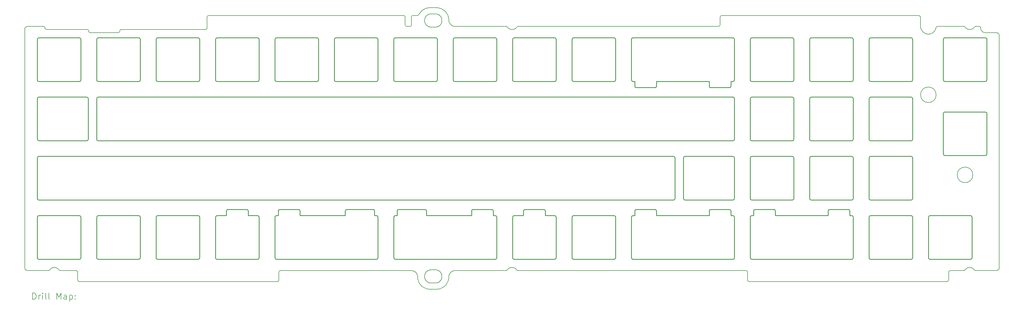
<source format=gbr>
%TF.GenerationSoftware,KiCad,Pcbnew,8.0.2*%
%TF.CreationDate,2024-06-03T19:38:15-04:00*%
%TF.ProjectId,Q9-Chimera-Plate,51392d43-6869-46d6-9572-612d506c6174,rev?*%
%TF.SameCoordinates,Original*%
%TF.FileFunction,Drillmap*%
%TF.FilePolarity,Positive*%
%FSLAX45Y45*%
G04 Gerber Fmt 4.5, Leading zero omitted, Abs format (unit mm)*
G04 Created by KiCad (PCBNEW 8.0.2) date 2024-06-03 19:38:15*
%MOMM*%
%LPD*%
G01*
G04 APERTURE LIST*
%ADD10C,0.250000*%
%ADD11C,0.200000*%
G04 APERTURE END LIST*
D10*
X22069791Y-8433823D02*
X22062553Y-8459750D01*
X22043624Y-8477788D01*
X22019791Y-8483823D01*
X15004766Y-5178824D02*
X16304766Y-5178824D01*
D11*
X-84609Y-4811324D02*
X-584609Y-4811324D01*
D10*
X6779792Y-12293824D02*
X5479792Y-12293824D01*
D11*
X7515391Y-12661324D02*
X11715391Y-12661324D01*
D10*
X21261093Y-6578823D02*
X21261093Y-6728823D01*
D11*
X11665391Y-4811324D02*
X11565391Y-4811324D01*
D10*
X11194792Y-12293824D02*
X14399792Y-12293824D01*
X8093494Y-10693785D02*
X7493494Y-10693785D01*
X-285234Y-10338824D02*
X-285234Y-9038824D01*
X18814779Y-10893824D02*
X18788852Y-10901063D01*
X18770813Y-10919991D01*
X18764779Y-10943824D01*
D11*
X7465391Y-12961324D02*
X7465391Y-12711324D01*
X13115391Y-4811323D02*
X13095018Y-4810285D01*
X13075215Y-4807241D01*
X13046807Y-4799136D01*
X13020262Y-4787092D01*
X12995924Y-4771455D01*
X12974141Y-4752573D01*
X12955258Y-4730790D01*
X12939622Y-4706452D01*
X12927578Y-4679906D01*
X12919473Y-4651498D01*
X12916429Y-4631696D01*
X12915391Y-4611323D01*
D10*
X21911093Y-6778823D02*
X21937020Y-6771585D01*
X21955058Y-6752656D01*
X21961093Y-6728823D01*
X5479792Y-12293824D02*
X5453865Y-12286585D01*
X5435827Y-12267657D01*
X5429792Y-12243824D01*
D11*
X28282699Y-5061205D02*
X28257429Y-5059109D01*
X28233003Y-5054457D01*
X28209528Y-5047391D01*
X28187114Y-5038054D01*
X28165869Y-5026590D01*
X28145901Y-5013142D01*
X28127320Y-4997851D01*
X28110234Y-4980862D01*
X28094751Y-4962317D01*
X28080980Y-4942358D01*
X28069030Y-4921130D01*
X28059009Y-4898774D01*
X28051026Y-4875433D01*
X28045189Y-4851251D01*
X28041608Y-4826370D01*
X28040390Y-4800934D01*
D10*
X2969765Y-5178824D02*
X2995692Y-5186062D01*
X3013730Y-5204991D01*
X3019765Y-5228824D01*
D11*
X12140391Y-4636324D02*
X12141429Y-4656698D01*
X12144473Y-4676500D01*
X12152578Y-4704908D01*
X12164622Y-4731453D01*
X12180258Y-4755791D01*
X12199141Y-4777574D01*
X12220924Y-4796457D01*
X12245262Y-4812093D01*
X12271807Y-4824137D01*
X12300215Y-4832242D01*
X12320018Y-4835286D01*
X12340391Y-4836324D01*
X12490391Y-12636323D02*
X12510765Y-12637360D01*
X12530567Y-12640405D01*
X12558975Y-12648510D01*
X12585520Y-12660554D01*
X12609858Y-12676190D01*
X12631641Y-12695073D01*
X12650524Y-12716856D01*
X12666160Y-12741193D01*
X12678204Y-12767739D01*
X12686309Y-12796147D01*
X12689354Y-12815949D01*
X12690391Y-12836323D01*
D10*
X7384792Y-10893785D02*
X7358865Y-10901023D01*
X7340826Y-10919952D01*
X7334792Y-10943785D01*
X19573493Y-6578824D02*
X19615209Y-6578823D01*
X19646007Y-6578823D01*
X19684221Y-6578823D01*
X19729233Y-6578823D01*
X19780426Y-6578823D01*
X19837181Y-6578823D01*
X19898879Y-6578823D01*
X19964904Y-6578823D01*
X20034637Y-6578823D01*
X20107460Y-6578823D01*
X20182755Y-6578823D01*
X20259905Y-6578823D01*
X20338290Y-6578823D01*
X20417293Y-6578823D01*
X20496296Y-6578823D01*
X20574681Y-6578823D01*
X20651831Y-6578823D01*
X20727126Y-6578823D01*
X20799949Y-6578823D01*
X20869682Y-6578823D01*
X20935707Y-6578823D01*
X20997405Y-6578823D01*
X21054160Y-6578823D01*
X21105352Y-6578823D01*
X21150365Y-6578823D01*
X21188579Y-6578823D01*
X21219377Y-6578823D01*
X21256252Y-6578823D01*
X21261093Y-6578823D01*
X30166017Y-6528823D02*
X30158778Y-6554750D01*
X30139849Y-6572789D01*
X30116017Y-6578823D01*
X-285209Y-7133824D02*
X-276739Y-7107897D01*
X-257041Y-7091063D01*
X-232687Y-7084082D01*
X-226705Y-7083824D01*
X26434767Y-8483824D02*
X26408840Y-8476585D01*
X26390801Y-8457656D01*
X26384767Y-8433824D01*
D11*
X29426659Y-4811324D02*
X28586107Y-4811325D01*
D10*
X16909793Y-10893824D02*
X18209793Y-10893824D01*
X24529766Y-6578823D02*
X24503839Y-6571585D01*
X24485801Y-6552656D01*
X24479766Y-6528823D01*
X9239766Y-5228824D02*
X9247005Y-5202897D01*
X9265933Y-5184858D01*
X9289766Y-5178824D01*
X9589766Y-10743785D02*
X9589766Y-10893785D01*
X3019765Y-6528823D02*
X3012527Y-6554750D01*
X2993598Y-6572789D01*
X2969765Y-6578823D01*
X9289766Y-5178824D02*
X10589766Y-5178824D01*
X10481094Y-10693785D02*
X9639766Y-10693785D01*
X27734767Y-12293824D02*
X26434767Y-12293824D01*
D11*
X12915391Y-4611323D02*
X12915391Y-4611322D01*
D10*
X26384767Y-5228824D02*
X26392005Y-5202897D01*
X26410934Y-5184858D01*
X26434767Y-5178824D01*
X4924766Y-5228824D02*
X4924766Y-6528823D01*
X30116017Y-8960074D02*
X28816017Y-8960074D01*
X-235234Y-8988824D02*
X20114766Y-8988824D01*
X29689765Y-12243824D02*
X29682526Y-12269751D01*
X29663597Y-12287790D01*
X29639765Y-12293824D01*
X24529764Y-10388824D02*
X24503837Y-10381585D01*
X24485799Y-10362656D01*
X24479764Y-10338824D01*
D11*
X29758610Y-4841136D02*
X29747021Y-4859313D01*
X29730511Y-4875436D01*
X29709711Y-4889085D01*
X29690406Y-4897940D01*
X29669081Y-4904728D01*
X29646060Y-4909232D01*
X29621666Y-4911238D01*
X29615391Y-4911324D01*
D10*
X1064766Y-5178824D02*
X1090693Y-5186062D01*
X1108731Y-5204991D01*
X1114766Y-5228824D01*
D11*
X22540391Y-13011324D02*
X28890391Y-13011324D01*
D10*
X22019779Y-10893824D02*
X21961081Y-10893824D01*
X23974766Y-7133823D02*
X23974766Y-8433824D01*
X1114792Y-12243824D02*
X1107553Y-12269751D01*
X1088625Y-12287789D01*
X1064792Y-12293824D01*
X24529766Y-7083823D02*
X25829766Y-7083823D01*
X28816017Y-7560073D02*
X30116017Y-7560073D01*
X11144766Y-6528823D02*
X11144766Y-5228824D01*
X11144792Y-12243824D02*
X11152031Y-12269751D01*
X11170959Y-12287789D01*
X11194792Y-12293824D01*
X25771067Y-10893785D02*
X25771067Y-10743785D01*
X23974764Y-9038824D02*
X23974764Y-10338824D01*
D11*
X454124Y-12661324D02*
X965391Y-12661324D01*
X30465391Y-12661324D02*
X30485545Y-12659292D01*
X30508745Y-12651463D01*
X30529000Y-12638489D01*
X30545525Y-12621156D01*
X30557533Y-12600248D01*
X30564239Y-12576553D01*
X30565391Y-12561324D01*
D10*
X14449792Y-10943824D02*
X14442553Y-10917897D01*
X14423625Y-10899859D01*
X14399792Y-10893824D01*
X11194792Y-10893824D02*
X11168865Y-10901063D01*
X11150827Y-10919991D01*
X11144792Y-10943824D01*
X1619791Y-10943824D02*
X1627030Y-10917897D01*
X1645958Y-10899859D01*
X1669791Y-10893824D01*
D11*
X14797168Y-4841131D02*
X14784355Y-4823826D01*
X14766081Y-4813462D01*
X14751831Y-4811324D01*
D10*
X9589766Y-10893785D02*
X8143494Y-10893785D01*
X25829766Y-8483824D02*
X24529766Y-8483824D01*
D11*
X28990391Y-12661324D02*
X29426659Y-12661324D01*
D10*
X20431691Y-9038824D02*
X20440160Y-9012897D01*
X20459858Y-8996062D01*
X20484212Y-8989082D01*
X20490194Y-8988824D01*
X21961081Y-10743824D02*
X21953842Y-10717897D01*
X21934914Y-10699859D01*
X21911081Y-10693824D01*
D11*
X29965391Y-4861324D02*
X29965391Y-4861324D01*
D10*
X22574766Y-5228824D02*
X22582004Y-5202897D01*
X22600933Y-5184858D01*
X22624766Y-5178824D01*
X8143494Y-10893785D02*
X8143494Y-10743785D01*
X24479766Y-5228824D02*
X24487005Y-5202897D01*
X24505933Y-5184858D01*
X24529766Y-5178824D01*
X2969791Y-12293824D02*
X1669791Y-12293824D01*
X16354792Y-10943824D02*
X16354792Y-12243824D01*
X22624766Y-6578823D02*
X22598839Y-6571585D01*
X22580800Y-6552656D01*
X22574766Y-6528823D01*
X14399792Y-12293824D02*
X14425719Y-12286585D01*
X14443757Y-12267657D01*
X14449792Y-12243824D01*
X29639765Y-12293824D02*
X28339765Y-12293824D01*
X22019791Y-8483823D02*
X1669791Y-8483823D01*
X27784765Y-10338824D02*
X27777526Y-10364750D01*
X27758598Y-10382789D01*
X27734765Y-10388824D01*
X27784767Y-6528823D02*
X27777528Y-6554750D01*
X27758599Y-6572789D01*
X27734767Y-6578823D01*
X19573481Y-10893824D02*
X19573481Y-10743824D01*
X27734767Y-8483824D02*
X26434767Y-8483824D01*
X22019791Y-6578823D02*
X22045718Y-6571585D01*
X22063756Y-6552656D01*
X22069791Y-6528823D01*
X22069791Y-9038824D02*
X22069791Y-10338824D01*
X1669791Y-8483823D02*
X1643864Y-8476584D01*
X1625826Y-8457656D01*
X1619791Y-8433823D01*
D11*
X2365391Y-4961324D02*
X2365391Y-4961324D01*
D10*
X28289765Y-10943825D02*
X28297003Y-10917898D01*
X28315932Y-10899859D01*
X28339765Y-10893825D01*
X28766017Y-7610073D02*
X28773255Y-7584147D01*
X28792184Y-7566108D01*
X28816017Y-7560073D01*
D11*
X27979154Y-4461324D02*
X21676629Y-4461324D01*
D10*
X9639766Y-10693785D02*
X9613839Y-10701023D01*
X9595801Y-10719952D01*
X9589766Y-10743785D01*
X24479766Y-7133823D02*
X24487004Y-7107897D01*
X24505933Y-7089858D01*
X24529766Y-7083823D01*
X18259767Y-5228824D02*
X18259767Y-6528823D01*
X19573493Y-6728823D02*
X19573493Y-6578824D01*
D11*
X11715391Y-12661324D02*
X11735765Y-12662361D01*
X11755567Y-12665406D01*
X11783975Y-12673511D01*
X11810521Y-12685555D01*
X11834858Y-12701191D01*
X11856641Y-12720074D01*
X11875524Y-12741857D01*
X11891160Y-12766194D01*
X11903204Y-12792740D01*
X11911309Y-12821148D01*
X11914354Y-12840950D01*
X11915391Y-12861324D01*
D10*
X13641094Y-10743824D02*
X13641094Y-10893824D01*
D11*
X11515391Y-4761324D02*
X11515391Y-4511324D01*
X21676629Y-4461324D02*
X21655629Y-4465056D01*
X21637734Y-4475353D01*
X21624289Y-4490870D01*
X21616641Y-4510260D01*
X21615391Y-4522561D01*
D10*
X25829766Y-5178824D02*
X25855693Y-5186062D01*
X25873731Y-5204991D01*
X25879766Y-5228824D01*
X3524765Y-5228824D02*
X3532004Y-5202897D01*
X3550932Y-5184858D01*
X3574765Y-5178824D01*
X-235208Y-12293824D02*
X-261135Y-12286585D01*
X-279173Y-12267657D01*
X-285208Y-12243824D01*
X18764791Y-6528823D02*
X18772030Y-6554750D01*
X18790958Y-6572789D01*
X18814791Y-6578823D01*
D11*
X21554154Y-4811324D02*
X15129124Y-4811324D01*
X12690391Y-12836323D02*
X12690391Y-12861323D01*
D10*
X5479792Y-10893824D02*
X5779792Y-10893824D01*
X22019791Y-5178824D02*
X18814791Y-5178824D01*
X21261081Y-10743824D02*
X21261081Y-10893824D01*
X21961093Y-6728823D02*
X21961093Y-6578823D01*
D11*
X12915391Y-4611322D02*
X12914868Y-4590819D01*
X12913316Y-4570575D01*
X12910760Y-4550617D01*
X12902742Y-4511661D01*
X12891017Y-4474155D01*
X12875791Y-4438304D01*
X12857269Y-4404314D01*
X12835657Y-4372389D01*
X12811158Y-4342734D01*
X12783979Y-4315555D01*
X12754325Y-4291057D01*
X12722400Y-4269445D01*
X12688410Y-4250923D01*
X12652559Y-4235697D01*
X12615053Y-4223972D01*
X12576096Y-4215953D01*
X12556139Y-4213398D01*
X12535895Y-4211846D01*
X12515392Y-4211323D01*
D10*
X24529764Y-8988824D02*
X25829764Y-8988824D01*
X22069791Y-7133823D02*
X22069791Y-8433823D01*
D11*
X14940391Y-12561324D02*
X14965079Y-12562672D01*
X14988474Y-12566572D01*
X15010254Y-12572810D01*
X15030095Y-12581169D01*
X15047675Y-12591434D01*
X15065977Y-12606619D01*
X15079610Y-12624026D01*
X15083614Y-12631516D01*
D10*
X9239766Y-6528823D02*
X9239766Y-5228824D01*
X23383467Y-10743785D02*
X23376228Y-10717858D01*
X23357299Y-10699819D01*
X23333467Y-10693785D01*
X27734765Y-10388824D02*
X26434765Y-10388824D01*
X26434767Y-10893825D02*
X27734767Y-10893825D01*
D11*
X11715391Y-4761324D02*
X11710441Y-4782951D01*
X11697148Y-4799870D01*
X11677849Y-4809743D01*
X11665391Y-4811324D01*
D10*
X3524792Y-12243824D02*
X3524792Y-10943824D01*
X22624764Y-8988824D02*
X23924764Y-8988824D01*
X3019791Y-12243824D02*
X3012553Y-12269751D01*
X2993624Y-12287789D01*
X2969791Y-12293824D01*
X23383467Y-10893785D02*
X23383467Y-10743785D01*
X-235234Y-10388824D02*
X-261161Y-10381585D01*
X-279199Y-10362657D01*
X-285234Y-10338824D01*
X4924792Y-12243824D02*
X4917553Y-12269751D01*
X4898625Y-12287789D01*
X4874792Y-12293824D01*
X15004766Y-6578823D02*
X14978839Y-6571585D01*
X14960800Y-6552656D01*
X14954766Y-6528823D01*
X1114766Y-5228824D02*
X1114766Y-6528823D01*
X30116017Y-7560073D02*
X30141943Y-7567312D01*
X30159982Y-7586240D01*
X30166017Y-7610073D01*
D11*
X7415391Y-13011324D02*
X7437018Y-13006374D01*
X7453937Y-12993081D01*
X7463810Y-12973782D01*
X7465391Y-12961324D01*
D10*
X12494766Y-5178824D02*
X12520692Y-5186062D01*
X12538731Y-5204991D01*
X12544766Y-5228824D01*
X25879766Y-5228824D02*
X25879766Y-6528823D01*
X1619765Y-6528823D02*
X1619765Y-5228824D01*
X26434765Y-8988824D02*
X27734765Y-8988824D01*
X10639792Y-12243785D02*
X10639792Y-10943785D01*
X25829764Y-8988824D02*
X25855691Y-8996062D01*
X25873729Y-9014991D01*
X25879764Y-9038824D01*
X16304766Y-5178824D02*
X16330692Y-5186062D01*
X16348731Y-5204991D01*
X16354766Y-5228824D01*
X18209767Y-5178824D02*
X18235693Y-5186062D01*
X18253732Y-5204991D01*
X18259767Y-5228824D01*
X28816017Y-5178824D02*
X30116017Y-5178824D01*
D11*
X14751659Y-12661324D02*
X14772541Y-12656617D01*
X14789303Y-12643733D01*
X14797168Y-12631517D01*
D10*
X4874766Y-5178824D02*
X4900692Y-5186062D01*
X4918731Y-5204991D01*
X4924766Y-5228824D01*
X21961093Y-6578823D02*
X22019791Y-6578823D01*
X19523493Y-6778823D02*
X19549420Y-6771585D01*
X19567458Y-6752656D01*
X19573493Y-6728823D01*
X25879764Y-9038824D02*
X25879764Y-10338824D01*
X10639766Y-6528823D02*
X10632527Y-6554750D01*
X10613599Y-6572789D01*
X10589766Y-6578823D01*
D11*
X7465391Y-12711324D02*
X7470341Y-12689697D01*
X7483634Y-12672778D01*
X7502933Y-12662905D01*
X7515391Y-12661324D01*
D10*
X8684765Y-5178824D02*
X8710692Y-5186062D01*
X8728730Y-5204991D01*
X8734765Y-5228824D01*
D11*
X5165391Y-4861324D02*
X5165391Y-4861324D01*
D10*
X22574766Y-7133823D02*
X22582004Y-7107897D01*
X22600933Y-7089858D01*
X22624766Y-7083823D01*
X7384792Y-12293785D02*
X10589792Y-12293785D01*
X16859767Y-6528823D02*
X16859767Y-5228824D01*
D11*
X15129124Y-4811324D02*
X15108240Y-4816032D01*
X15091477Y-4828917D01*
X15083611Y-4841134D01*
D10*
X18259793Y-10943824D02*
X18259793Y-12243824D01*
X15354792Y-10693824D02*
X15954792Y-10693824D01*
X2969791Y-10893824D02*
X2995718Y-10901063D01*
X3013757Y-10919991D01*
X3019791Y-10943824D01*
X14954766Y-5228824D02*
X14962004Y-5202897D01*
X14980933Y-5184858D01*
X15004766Y-5178824D01*
X28766017Y-8910074D02*
X28766017Y-7610073D01*
D11*
X-684609Y-12561324D02*
X-682577Y-12581477D01*
X-674748Y-12604678D01*
X-661774Y-12624933D01*
X-644440Y-12641457D01*
X-623533Y-12653465D01*
X-599838Y-12660172D01*
X-584609Y-12661324D01*
D10*
X14954792Y-12243824D02*
X14954792Y-10943824D01*
X14399766Y-5178824D02*
X14425692Y-5186062D01*
X14443731Y-5204991D01*
X14449766Y-5228824D01*
X22011287Y-8988824D02*
X22036651Y-8993754D01*
X22058168Y-9008908D01*
X22069488Y-9033711D01*
X22069791Y-9038824D01*
D11*
X21615391Y-4522561D02*
X21615391Y-4750087D01*
X30565391Y-12561324D02*
X30565391Y-5111324D01*
X12340391Y-4411324D02*
X12320018Y-4412362D01*
X12300215Y-4415406D01*
X12271807Y-4423511D01*
X12245262Y-4435555D01*
X12220924Y-4451191D01*
X12199141Y-4470074D01*
X12180258Y-4491857D01*
X12164622Y-4516195D01*
X12152578Y-4542740D01*
X12144473Y-4571148D01*
X12141429Y-4590950D01*
X12140391Y-4611324D01*
D10*
X15004792Y-10893824D02*
X15304792Y-10893824D01*
X27734767Y-6578823D02*
X26434767Y-6578823D01*
X27734767Y-7083823D02*
X27760693Y-7091062D01*
X27778732Y-7109990D01*
X27784767Y-7133823D01*
X23974766Y-8433824D02*
X23967527Y-8459750D01*
X23948598Y-8477789D01*
X23924766Y-8483824D01*
D11*
X122169Y-12631515D02*
X133758Y-12613338D01*
X150268Y-12597214D01*
X171069Y-12583564D01*
X190374Y-12574709D01*
X211700Y-12567921D01*
X234721Y-12563416D01*
X259116Y-12561410D01*
X265391Y-12561324D01*
X-34609Y-4861324D02*
X-39559Y-4839697D01*
X-52851Y-4822778D01*
X-72151Y-4812905D01*
X-84609Y-4811324D01*
D10*
X12194792Y-10743824D02*
X12187553Y-10717897D01*
X12168625Y-10699859D01*
X12144792Y-10693824D01*
X1064792Y-12293824D02*
X-235208Y-12293824D01*
D11*
X76659Y-12661324D02*
X97542Y-12656617D01*
X114304Y-12643732D01*
X122169Y-12631515D01*
D10*
X-235234Y-6578823D02*
X-261161Y-6571585D01*
X-279199Y-6552656D01*
X-285234Y-6528823D01*
X24479766Y-8433824D02*
X24479766Y-7133823D01*
X1114766Y-6528823D02*
X1107527Y-6554750D01*
X1088599Y-6572789D01*
X1064766Y-6578823D01*
D11*
X1015391Y-12711324D02*
X1015391Y-12961324D01*
X5165391Y-4511324D02*
X5165391Y-4861324D01*
D10*
X22624764Y-10388824D02*
X22598837Y-10381585D01*
X22580799Y-10362656D01*
X22574764Y-10338824D01*
X18923481Y-10693824D02*
X18897554Y-10701063D01*
X18879515Y-10719991D01*
X18873481Y-10743824D01*
D11*
X12140391Y-12861323D02*
X12140391Y-12836323D01*
D10*
X16004792Y-10743824D02*
X16004792Y-10893824D01*
X22574764Y-10338824D02*
X22574764Y-9038824D01*
D11*
X15083611Y-4841134D02*
X15072023Y-4859311D01*
X15055513Y-4875435D01*
X15034713Y-4889084D01*
X15015407Y-4897940D01*
X14994082Y-4904727D01*
X14971061Y-4909232D01*
X14946666Y-4911238D01*
X14940391Y-4911324D01*
D10*
X16004792Y-10893824D02*
X16304792Y-10893824D01*
X8734765Y-5228824D02*
X8734765Y-6528823D01*
X25879765Y-10943785D02*
X25872526Y-10917858D01*
X25853597Y-10899819D01*
X25829765Y-10893785D01*
D11*
X30115391Y-5011324D02*
X30092627Y-5009587D01*
X30070913Y-5004551D01*
X30050509Y-4996474D01*
X30031675Y-4985616D01*
X30014670Y-4972237D01*
X29999754Y-4956596D01*
X29987187Y-4938952D01*
X29977227Y-4919566D01*
X29970135Y-4898697D01*
X29966169Y-4876604D01*
X29965391Y-4861324D01*
D10*
X30166017Y-8910074D02*
X30158778Y-8936000D01*
X30139849Y-8954039D01*
X30116017Y-8960074D01*
X-285208Y-10943824D02*
X-277969Y-10917897D01*
X-259041Y-10899859D01*
X-235208Y-10893824D01*
X11303494Y-10693824D02*
X11277567Y-10701063D01*
X11259529Y-10719991D01*
X11253494Y-10743824D01*
D11*
X12340391Y-13061323D02*
X12320018Y-13060285D01*
X12300215Y-13057241D01*
X12271807Y-13049135D01*
X12245262Y-13037092D01*
X12220924Y-13021455D01*
X12199141Y-13002573D01*
X12180258Y-12980789D01*
X12164622Y-12956452D01*
X12152578Y-12929906D01*
X12144473Y-12901498D01*
X12141429Y-12881696D01*
X12140391Y-12861323D01*
D10*
X11144792Y-10943824D02*
X11144792Y-12243824D01*
X11144766Y-5228824D02*
X11152004Y-5202897D01*
X11170933Y-5184858D01*
X11194766Y-5178824D01*
X18923493Y-6778823D02*
X19523493Y-6778823D01*
X10589766Y-6578823D02*
X9289766Y-6578823D01*
D11*
X12490391Y-4836324D02*
X12510765Y-4835286D01*
X12530567Y-4832242D01*
X12558975Y-4824137D01*
X12585520Y-4812093D01*
X12609858Y-4796457D01*
X12631641Y-4777574D01*
X12650524Y-4755791D01*
X12666160Y-4731453D01*
X12678204Y-4704908D01*
X12686309Y-4676500D01*
X12689354Y-4656698D01*
X12690391Y-4636324D01*
D10*
X22574766Y-8433824D02*
X22574766Y-7133823D01*
D11*
X21615391Y-4750087D02*
X21611660Y-4771086D01*
X21601362Y-4788981D01*
X21585846Y-4802426D01*
X21566455Y-4810074D01*
X21554154Y-4811324D01*
D10*
X25771067Y-10743785D02*
X25763828Y-10717858D01*
X25744899Y-10699819D01*
X25721067Y-10693785D01*
D11*
X29615391Y-12561324D02*
X29640078Y-12562672D01*
X29663472Y-12566572D01*
X29685251Y-12572809D01*
X29705091Y-12581167D01*
X29722670Y-12591432D01*
X29740972Y-12606616D01*
X29754605Y-12624021D01*
X29758609Y-12631512D01*
D10*
X-235208Y-10893824D02*
X1064792Y-10893824D01*
D11*
X2415391Y-4911324D02*
X2393764Y-4916274D01*
X2376846Y-4929567D01*
X2366972Y-4948866D01*
X2365391Y-4961324D01*
D10*
X16859767Y-5228824D02*
X16867005Y-5202897D01*
X16885934Y-5184858D01*
X16909767Y-5178824D01*
X16354766Y-6528823D02*
X16347527Y-6554750D01*
X16328598Y-6572789D01*
X16304766Y-6578823D01*
X22069791Y-10338824D02*
X22061321Y-10364750D01*
X22041623Y-10381585D01*
X22017269Y-10388565D01*
X22011287Y-10388824D01*
X1064792Y-10893824D02*
X1090719Y-10901063D01*
X1108757Y-10919991D01*
X1114792Y-10943824D01*
X5779792Y-10743785D02*
X5787030Y-10717858D01*
X5805959Y-10699819D01*
X5829792Y-10693785D01*
X7334792Y-10943785D02*
X7334792Y-12243785D01*
X30116017Y-6578823D02*
X28816017Y-6578823D01*
D11*
X11911653Y-4461291D02*
X11765380Y-4461324D01*
D10*
X26434765Y-10388824D02*
X26408838Y-10381585D01*
X26390800Y-10362656D01*
X26384765Y-10338824D01*
X6429792Y-10693785D02*
X6455719Y-10701023D01*
X6473757Y-10719952D01*
X6479792Y-10743785D01*
D11*
X30565391Y-5111324D02*
X30563350Y-5091236D01*
X30555491Y-5068069D01*
X30542482Y-5047810D01*
X30525125Y-5031258D01*
X30504219Y-5019215D01*
X30480567Y-5012482D01*
X30465391Y-5011324D01*
X11915391Y-12861324D02*
X11915391Y-12861324D01*
D10*
X27784765Y-9038824D02*
X27784765Y-10338824D01*
X18873493Y-6728823D02*
X18880732Y-6754750D01*
X18899660Y-6772789D01*
X18923493Y-6778823D01*
X-285208Y-12243824D02*
X-285208Y-10943824D01*
X18209767Y-6578823D02*
X16909767Y-6578823D01*
X12494766Y-6578823D02*
X11194766Y-6578823D01*
X6479792Y-10893824D02*
X6779792Y-10893824D01*
X11194766Y-5178824D02*
X12494766Y-5178824D01*
D11*
X12315391Y-4211323D02*
X12286283Y-4212379D01*
X12257725Y-4215498D01*
X12229789Y-4220606D01*
X12202550Y-4227629D01*
X12176081Y-4236493D01*
X12150457Y-4247124D01*
X12125751Y-4259448D01*
X12102038Y-4273392D01*
X12079391Y-4288882D01*
X12057884Y-4305843D01*
X12037591Y-4324201D01*
X12018587Y-4343883D01*
X12000945Y-4364815D01*
X11984738Y-4386923D01*
X11970042Y-4410132D01*
X11956929Y-4434370D01*
X11765380Y-4461324D02*
X11743758Y-4466278D01*
X11726843Y-4479571D01*
X11716972Y-4498869D01*
X11715391Y-4511324D01*
X28940391Y-12961324D02*
X28940391Y-12711324D01*
D10*
X16859793Y-12243824D02*
X16859793Y-10943824D01*
X3574765Y-5178824D02*
X4874766Y-5178824D01*
X24479764Y-9038824D02*
X24487003Y-9012897D01*
X24505931Y-8994858D01*
X24529764Y-8988824D01*
X22574764Y-9038824D02*
X22582003Y-9012897D01*
X22600931Y-8994858D01*
X22624764Y-8988824D01*
D11*
X12340391Y-12636323D02*
X12490391Y-12636323D01*
D10*
X25829766Y-6578823D02*
X24529766Y-6578823D01*
X20490194Y-10388824D02*
X20464830Y-10383893D01*
X20443313Y-10368739D01*
X20431993Y-10343936D01*
X20431691Y-10338824D01*
D11*
X5165391Y-4861324D02*
X5160441Y-4882951D01*
X5147148Y-4899870D01*
X5127849Y-4909743D01*
X5115391Y-4911324D01*
X2315391Y-5011324D02*
X1415391Y-5011324D01*
X22440391Y-12661324D02*
X22462018Y-12666274D01*
X22478937Y-12679567D01*
X22488810Y-12698866D01*
X22490391Y-12711324D01*
D10*
X18764779Y-10943824D02*
X18764779Y-12243824D01*
X21261093Y-6728823D02*
X21268332Y-6754750D01*
X21287260Y-6772789D01*
X21311093Y-6778823D01*
X27784767Y-7133823D02*
X27784767Y-8433824D01*
D11*
X29915391Y-4811324D02*
X29804124Y-4811324D01*
D10*
X22574766Y-6528823D02*
X22574766Y-5228824D01*
X13641094Y-10893824D02*
X12194792Y-10893824D01*
X18814791Y-5178824D02*
X18788864Y-5186062D01*
X18770826Y-5204991D01*
X18764791Y-5228824D01*
X16909793Y-12293824D02*
X16883866Y-12286585D01*
X16865828Y-12267657D01*
X16859793Y-12243824D01*
X5829792Y-10693785D02*
X6429792Y-10693785D01*
X5429766Y-5228824D02*
X5437004Y-5202897D01*
X5455933Y-5184858D01*
X5479766Y-5178824D01*
X10589766Y-5178824D02*
X10615693Y-5186062D01*
X10633731Y-5204991D01*
X10639766Y-5228824D01*
X18259767Y-6528823D02*
X18252528Y-6554750D01*
X18233600Y-6572789D01*
X18209767Y-6578823D01*
X25879766Y-6528823D02*
X25872527Y-6554750D01*
X25853599Y-6572789D01*
X25829766Y-6578823D01*
X22733467Y-10693785D02*
X22707540Y-10701023D01*
X22689501Y-10719952D01*
X22683467Y-10743785D01*
D11*
X12915391Y-12861324D02*
X12916429Y-12840950D01*
X12919473Y-12821148D01*
X12927578Y-12792740D01*
X12939622Y-12766195D01*
X12955258Y-12741857D01*
X12974141Y-12720074D01*
X12995924Y-12701191D01*
X13020262Y-12685555D01*
X13046807Y-12673511D01*
X13075215Y-12665406D01*
X13095018Y-12662361D01*
X13115391Y-12661324D01*
D10*
X25879766Y-7133823D02*
X25879766Y-8433824D01*
X11253494Y-10893824D02*
X11194792Y-10893824D01*
X14449766Y-6528823D02*
X14442527Y-6554750D01*
X14423598Y-6572789D01*
X14399766Y-6578823D01*
X-285234Y-9038824D02*
X-277995Y-9012897D01*
X-259067Y-8994859D01*
X-235234Y-8988824D01*
X7334792Y-12243785D02*
X7342030Y-12269711D01*
X7360959Y-12287750D01*
X7384792Y-12293785D01*
D11*
X11515391Y-4511324D02*
X11510441Y-4489697D01*
X11497148Y-4472778D01*
X11477849Y-4462905D01*
X11465391Y-4461324D01*
D10*
X28766017Y-6528823D02*
X28766017Y-5228824D01*
X22574765Y-10943785D02*
X22574765Y-12243785D01*
D11*
X28540391Y-7011324D02*
G75*
G02*
X28040391Y-7011324I-250000J0D01*
G01*
X28040391Y-7011324D02*
G75*
G02*
X28540391Y-7011324I250000J0D01*
G01*
D10*
X1619765Y-5228824D02*
X1627004Y-5202897D01*
X1645932Y-5184858D01*
X1669765Y-5178824D01*
X13691094Y-10693824D02*
X13665167Y-10701063D01*
X13647129Y-10719991D01*
X13641094Y-10743824D01*
X9289766Y-6578823D02*
X9263839Y-6571585D01*
X9245801Y-6552656D01*
X9239766Y-6528823D01*
X8734765Y-6528823D02*
X8727526Y-6554750D01*
X8708598Y-6572789D01*
X8684765Y-6578823D01*
X27734765Y-8988824D02*
X27760692Y-8996062D01*
X27778730Y-9014991D01*
X27784765Y-9038824D01*
X15954792Y-10693824D02*
X15980719Y-10701063D01*
X15998757Y-10719991D01*
X16004792Y-10743824D01*
X23974766Y-5228824D02*
X23974766Y-6528823D01*
D11*
X2365391Y-4961324D02*
X2360441Y-4982951D01*
X2347148Y-4999870D01*
X2327849Y-5009743D01*
X2315391Y-5011324D01*
D10*
X19573481Y-10743824D02*
X19566242Y-10717897D01*
X19547314Y-10699859D01*
X19523481Y-10693824D01*
X3574765Y-6578823D02*
X3548839Y-6571585D01*
X3530800Y-6552656D01*
X3524765Y-6528823D01*
X24479764Y-10338824D02*
X24479764Y-9038824D01*
X25829764Y-10388824D02*
X24529764Y-10388824D01*
X25829766Y-7083823D02*
X25855692Y-7091062D01*
X25873731Y-7109990D01*
X25879766Y-7133823D01*
X3574792Y-12293824D02*
X3548865Y-12286585D01*
X3530826Y-12267657D01*
X3524792Y-12243824D01*
D11*
X1415391Y-5011324D02*
X1393764Y-5006374D01*
X1376846Y-4993081D01*
X1366972Y-4973782D01*
X1365391Y-4961324D01*
D10*
X16909767Y-5178824D02*
X18209767Y-5178824D01*
X7493494Y-10693785D02*
X7467567Y-10701023D01*
X7449528Y-10719952D01*
X7443494Y-10743785D01*
X7334765Y-6528823D02*
X7334765Y-5228824D01*
X18873481Y-10893824D02*
X18814779Y-10893824D01*
X25829765Y-12293785D02*
X25855691Y-12286546D01*
X25873730Y-12267618D01*
X25879765Y-12243785D01*
X27734767Y-5178824D02*
X27760693Y-5186062D01*
X27778732Y-5204991D01*
X27784767Y-5228824D01*
X-285209Y-8433824D02*
X-285209Y-7133824D01*
X24479766Y-6528823D02*
X24479766Y-5228824D01*
D11*
X12490391Y-13061323D02*
X12340391Y-13061323D01*
D10*
X28766017Y-5228824D02*
X28773255Y-5202897D01*
X28792184Y-5184858D01*
X28816017Y-5178824D01*
X14449792Y-12243824D02*
X14449792Y-10943824D01*
X21911081Y-10693824D02*
X21311081Y-10693824D01*
X26384767Y-8433824D02*
X26384767Y-7133823D01*
D11*
X13115391Y-12661324D02*
X14751659Y-12661324D01*
D10*
X18814791Y-6578823D02*
X18873493Y-6578823D01*
X14291094Y-10693824D02*
X13691094Y-10693824D01*
X25829765Y-10893785D02*
X25771067Y-10893785D01*
X1352891Y-7133824D02*
X1352891Y-8433824D01*
X22019779Y-12293824D02*
X22045706Y-12286585D01*
X22063744Y-12267657D01*
X22069779Y-12243824D01*
X26384767Y-7133823D02*
X26392005Y-7107897D01*
X26410934Y-7089858D01*
X26434767Y-7083823D01*
X10639792Y-10943785D02*
X10632553Y-10917858D01*
X10613625Y-10899819D01*
X10589792Y-10893785D01*
X29639765Y-10893825D02*
X29665691Y-10901063D01*
X29683730Y-10919992D01*
X29689765Y-10943825D01*
X13099766Y-6578823D02*
X13073839Y-6571585D01*
X13055800Y-6552656D01*
X13049766Y-6528823D01*
D11*
X11565391Y-4811324D02*
X11543764Y-4806374D01*
X11526846Y-4793081D01*
X11516972Y-4773782D01*
X11515391Y-4761324D01*
D10*
X25879764Y-10338824D02*
X25872525Y-10364750D01*
X25853597Y-10382789D01*
X25829764Y-10388824D01*
X-226705Y-7083824D02*
X1294388Y-7083824D01*
D11*
X30465391Y-5011324D02*
X30115391Y-5011324D01*
D10*
X14341094Y-10893824D02*
X14341094Y-10743824D01*
D11*
X29758609Y-12631512D02*
X29771478Y-12648819D01*
X29789844Y-12659186D01*
X29804124Y-12661324D01*
D10*
X26434767Y-7083823D02*
X27734767Y-7083823D01*
X4924766Y-6528823D02*
X4917527Y-6554750D01*
X4898598Y-6572789D01*
X4874766Y-6578823D01*
X10639766Y-5228824D02*
X10639766Y-6528823D01*
D11*
X12915391Y-12861325D02*
X12915391Y-12861324D01*
D10*
X1114792Y-10943824D02*
X1114792Y-12243824D01*
X22069791Y-5228824D02*
X22062552Y-5202897D01*
X22043624Y-5184858D01*
X22019791Y-5178824D01*
X5429766Y-6528823D02*
X5429766Y-5228824D01*
D11*
X12315391Y-13261324D02*
X12515392Y-13261324D01*
D10*
X12144792Y-10693824D02*
X11303494Y-10693824D01*
X20431691Y-10338824D02*
X20431691Y-9038824D01*
X30166017Y-7610073D02*
X30166017Y-8910074D01*
X8684765Y-6578823D02*
X7384765Y-6578823D01*
X25071067Y-10743785D02*
X25071067Y-10893785D01*
X23924766Y-7083823D02*
X23950692Y-7091062D01*
X23968731Y-7109990D01*
X23974766Y-7133823D01*
X20164766Y-10338824D02*
X20157527Y-10364751D01*
X20138599Y-10382789D01*
X20114766Y-10388824D01*
X15004792Y-12293824D02*
X14978865Y-12286585D01*
X14960826Y-12267657D01*
X14954792Y-12243824D01*
X18873481Y-10743824D02*
X18873481Y-10772746D01*
X18873481Y-10797977D01*
X18873481Y-10825846D01*
X18873481Y-10852836D01*
X18873481Y-10879981D01*
X18873481Y-10893824D01*
X21311093Y-6778823D02*
X21911093Y-6778823D01*
X5429792Y-10943824D02*
X5437030Y-10917897D01*
X5455959Y-10899859D01*
X5479792Y-10893824D01*
D11*
X5215391Y-4461324D02*
X5193764Y-4466274D01*
X5176846Y-4479567D01*
X5166972Y-4498866D01*
X5165391Y-4511324D01*
D10*
X22019791Y-7083823D02*
X22045718Y-7091061D01*
X22063756Y-7109990D01*
X22069791Y-7133823D01*
X25071067Y-10893785D02*
X23383467Y-10893785D01*
X21961081Y-10893824D02*
X21961081Y-10743824D01*
D11*
X14751831Y-4811324D02*
X14725098Y-4811324D01*
X14692174Y-4811324D01*
X14653521Y-4811324D01*
X14609599Y-4811324D01*
X14560871Y-4811324D01*
X14507798Y-4811324D01*
X14450842Y-4811324D01*
X14390465Y-4811324D01*
X14327128Y-4811324D01*
X14261293Y-4811324D01*
X14193422Y-4811324D01*
X14123976Y-4811324D01*
X14053417Y-4811324D01*
X13982207Y-4811324D01*
X13910808Y-4811324D01*
X13839680Y-4811324D01*
X13769287Y-4811324D01*
X13700089Y-4811324D01*
X13632548Y-4811324D01*
X13567126Y-4811324D01*
X13504284Y-4811324D01*
X13444485Y-4811324D01*
X13388190Y-4811323D01*
X13335861Y-4811323D01*
X13287959Y-4811323D01*
X13244946Y-4811323D01*
X13207283Y-4811323D01*
X13175433Y-4811323D01*
X13149857Y-4811323D01*
X13119375Y-4811323D01*
X13115391Y-4811323D01*
D10*
X7334765Y-5228824D02*
X7342004Y-5202897D01*
X7360932Y-5184858D01*
X7384765Y-5178824D01*
X20114766Y-10388824D02*
X-235234Y-10388824D01*
X3574792Y-10893824D02*
X4874792Y-10893824D01*
D11*
X12515392Y-13261324D02*
X12535895Y-13260801D01*
X12556139Y-13259249D01*
X12576097Y-13256693D01*
X12615053Y-13248674D01*
X12652559Y-13236950D01*
X12688410Y-13221724D01*
X12722400Y-13203202D01*
X12754325Y-13181590D01*
X12783980Y-13157091D01*
X12811159Y-13129912D01*
X12835657Y-13100258D01*
X12857269Y-13068333D01*
X12875791Y-13034342D01*
X12891017Y-12998492D01*
X12902742Y-12960986D01*
X12910760Y-12922029D01*
X12913316Y-12902072D01*
X12914868Y-12881828D01*
X12915391Y-12861325D01*
D10*
X22624766Y-8483824D02*
X22598839Y-8476585D01*
X22580800Y-8457656D01*
X22574766Y-8433824D01*
X22624765Y-10893785D02*
X22598838Y-10901023D01*
X22580799Y-10919952D01*
X22574765Y-10943785D01*
X8143494Y-10743785D02*
X8136255Y-10717858D01*
X8117327Y-10699819D01*
X8093494Y-10693785D01*
X24529766Y-5178824D02*
X25829766Y-5178824D01*
X10531094Y-10743785D02*
X10523855Y-10717858D01*
X10504927Y-10699819D01*
X10481094Y-10693785D01*
X21261081Y-10893824D02*
X19573481Y-10893824D01*
X-226705Y-8483824D02*
X-252069Y-8478893D01*
X-273586Y-8463740D01*
X-284907Y-8438936D01*
X-285209Y-8433824D01*
X10589792Y-12293785D02*
X10615719Y-12286546D01*
X10633757Y-12267618D01*
X10639792Y-12243785D01*
D11*
X22490391Y-12711324D02*
X22490391Y-12961324D01*
D10*
X16304766Y-6578823D02*
X15004766Y-6578823D01*
X27734767Y-10893825D02*
X27760693Y-10901063D01*
X27778732Y-10919992D01*
X27784767Y-10943825D01*
X22624766Y-5178824D02*
X23924766Y-5178824D01*
X22624766Y-7083823D02*
X23924766Y-7083823D01*
D11*
X-34609Y-4861324D02*
X-34609Y-4861324D01*
D10*
X29689765Y-10943825D02*
X29689765Y-12243824D01*
X14399766Y-6578823D02*
X13099766Y-6578823D01*
X18764779Y-12243824D02*
X18772017Y-12269751D01*
X18790946Y-12287789D01*
X18814779Y-12293824D01*
D11*
X29804124Y-4811324D02*
X29783239Y-4816032D01*
X29766476Y-4828918D01*
X29758610Y-4841136D01*
D10*
X16859793Y-10943824D02*
X16867031Y-10917897D01*
X16885960Y-10899859D01*
X16909793Y-10893824D01*
X6779792Y-10893824D02*
X6805719Y-10901063D01*
X6823757Y-10919991D01*
X6829792Y-10943824D01*
D11*
X12690391Y-12861323D02*
X12689354Y-12881696D01*
X12686309Y-12901498D01*
X12678204Y-12929906D01*
X12666160Y-12956452D01*
X12650524Y-12980789D01*
X12631641Y-13002573D01*
X12609858Y-13021455D01*
X12585520Y-13037092D01*
X12558975Y-13049135D01*
X12530567Y-13057241D01*
X12510765Y-13060285D01*
X12490391Y-13061323D01*
D10*
X25721067Y-10693785D02*
X25121067Y-10693785D01*
D11*
X29472174Y-12631511D02*
X29483762Y-12613334D01*
X29500272Y-12597212D01*
X29521072Y-12583563D01*
X29540377Y-12574708D01*
X29561701Y-12567920D01*
X29584722Y-12563416D01*
X29609116Y-12561410D01*
X29615391Y-12561324D01*
D10*
X1294388Y-7083824D02*
X1319751Y-7088754D01*
X1341269Y-7103908D01*
X1352589Y-7128712D01*
X1352891Y-7133824D01*
D11*
X29615391Y-4911324D02*
X29590704Y-4909976D01*
X29567309Y-4906076D01*
X29545530Y-4899839D01*
X29525690Y-4891480D01*
X29508111Y-4881215D01*
X29489809Y-4866031D01*
X29476176Y-4848626D01*
X29472172Y-4841135D01*
D10*
X18209793Y-12293824D02*
X16909793Y-12293824D01*
X1064766Y-6578823D02*
X-235234Y-6578823D01*
D11*
X28040391Y-4550608D02*
X28039141Y-4529012D01*
X28034329Y-4506431D01*
X28024434Y-4485596D01*
X28008281Y-4469573D01*
X27988447Y-4462053D01*
X27979154Y-4461324D01*
D10*
X14341094Y-10743824D02*
X14333855Y-10717897D01*
X14314927Y-10699859D01*
X14291094Y-10693824D01*
X14954766Y-6528823D02*
X14954766Y-5228824D01*
D11*
X14797168Y-12631517D02*
X14808756Y-12613339D01*
X14825266Y-12597215D01*
X14846067Y-12583565D01*
X14865373Y-12574709D01*
X14886699Y-12567921D01*
X14909720Y-12563416D01*
X14934116Y-12561410D01*
X14940391Y-12561324D01*
X1015391Y-12961324D02*
X1020341Y-12982951D01*
X1033634Y-12999869D01*
X1052934Y-13009743D01*
X1065391Y-13011324D01*
D10*
X11253494Y-10743824D02*
X11253494Y-10893824D01*
X27784767Y-5228824D02*
X27784767Y-6528823D01*
X5429792Y-12243824D02*
X5429792Y-10943824D01*
X15304792Y-10893824D02*
X15304792Y-10743824D01*
X28339765Y-12293824D02*
X28313838Y-12286586D01*
X28295799Y-12267657D01*
X28289765Y-12243824D01*
D11*
X1315391Y-4911324D02*
X15391Y-4911324D01*
D10*
X23924766Y-6578823D02*
X22624766Y-6578823D01*
X23974766Y-6528823D02*
X23967527Y-6554750D01*
X23948598Y-6572789D01*
X23924766Y-6578823D01*
X27784767Y-10943825D02*
X27784767Y-12243824D01*
X23924766Y-5178824D02*
X23950692Y-5186062D01*
X23968731Y-5204991D01*
X23974766Y-5228824D01*
X1619791Y-8433823D02*
X1619791Y-7133823D01*
X26384765Y-9038824D02*
X26392004Y-9012897D01*
X26410932Y-8994858D01*
X26434765Y-8988824D01*
D11*
X29965391Y-4861324D02*
X29960441Y-4839697D01*
X29947148Y-4822779D01*
X29927849Y-4812905D01*
X29915391Y-4811324D01*
D10*
X19523481Y-10693824D02*
X18923481Y-10693824D01*
X22624765Y-12293785D02*
X25829765Y-12293785D01*
X-285234Y-6528823D02*
X-285234Y-5228824D01*
X22683467Y-10893785D02*
X22624765Y-10893785D01*
X16304792Y-12293824D02*
X15004792Y-12293824D01*
X7384765Y-6578823D02*
X7358838Y-6571585D01*
X7340800Y-6552656D01*
X7334765Y-6528823D01*
X1619791Y-12243824D02*
X1619791Y-10943824D01*
X3019765Y-5228824D02*
X3019765Y-6528823D01*
X16909767Y-6578823D02*
X16883840Y-6571585D01*
X16865801Y-6552656D01*
X16859767Y-6528823D01*
X7443494Y-10893785D02*
X7384792Y-10893785D01*
D11*
X12515392Y-4211323D02*
X12315391Y-4211323D01*
X12690391Y-4611324D02*
X12689354Y-4590950D01*
X12686309Y-4571148D01*
X12678204Y-4542740D01*
X12666160Y-4516195D01*
X12650524Y-4491857D01*
X12631641Y-4470074D01*
X12609858Y-4451191D01*
X12585520Y-4435555D01*
X12558975Y-4423511D01*
X12530567Y-4415406D01*
X12510765Y-4412362D01*
X12490391Y-4411324D01*
D10*
X21311081Y-10693824D02*
X21285154Y-10701063D01*
X21267115Y-10719991D01*
X21261081Y-10743824D01*
D11*
X28890391Y-13011324D02*
X28912018Y-13006374D01*
X28928937Y-12993081D01*
X28938810Y-12973782D01*
X28940391Y-12961324D01*
D10*
X23924764Y-10388824D02*
X22624764Y-10388824D01*
X18814779Y-12293824D02*
X22019779Y-12293824D01*
D11*
X28536664Y-4854543D02*
X28531761Y-4876666D01*
X28524951Y-4898005D01*
X28516329Y-4918467D01*
X28505991Y-4937955D01*
X28494031Y-4956374D01*
X28480544Y-4973629D01*
X28465627Y-4989625D01*
X28449375Y-5004267D01*
X28431882Y-5017459D01*
X28413243Y-5029105D01*
X28393555Y-5039111D01*
X28372912Y-5047382D01*
X28351410Y-5053822D01*
X28329144Y-5058336D01*
X28306208Y-5060829D01*
X28282699Y-5061205D01*
D10*
X4924792Y-10943824D02*
X4924792Y-12243824D01*
X23974764Y-10338824D02*
X23967525Y-10364750D01*
X23948597Y-10382789D01*
X23924764Y-10388824D01*
X16354792Y-12243824D02*
X16347553Y-12269751D01*
X16328625Y-12287789D01*
X16304792Y-12293824D01*
X26384767Y-6528823D02*
X26384767Y-5228824D01*
D11*
X12340391Y-4836324D02*
X12490391Y-4836324D01*
D10*
X20490194Y-8988824D02*
X22011287Y-8988824D01*
D11*
X12140391Y-12836323D02*
X12141429Y-12815949D01*
X12144473Y-12796147D01*
X12152578Y-12767739D01*
X12164622Y-12741193D01*
X12180258Y-12716856D01*
X12199141Y-12695073D01*
X12220924Y-12676190D01*
X12245262Y-12660554D01*
X12271807Y-12648510D01*
X12300215Y-12640405D01*
X12320018Y-12637360D01*
X12340391Y-12636323D01*
X28940391Y-12711324D02*
X28945341Y-12689697D01*
X28958634Y-12672778D01*
X28977933Y-12662905D01*
X28990391Y-12661324D01*
D10*
X6779766Y-5178824D02*
X6805692Y-5186062D01*
X6823731Y-5204991D01*
X6829766Y-5228824D01*
X18764791Y-5228824D02*
X18764791Y-6528823D01*
X6829766Y-6528823D02*
X6822527Y-6554750D01*
X6803598Y-6572789D01*
X6779766Y-6578823D01*
X6479792Y-10743785D02*
X6479792Y-10893824D01*
X7384765Y-5178824D02*
X8684765Y-5178824D01*
X2969765Y-6578823D02*
X1669765Y-6578823D01*
X1352891Y-8433824D02*
X1344421Y-8459751D01*
X1324724Y-8476585D01*
X1300369Y-8483566D01*
X1294388Y-8483824D01*
D11*
X29472172Y-4841135D02*
X29459304Y-4823828D01*
X29440937Y-4813462D01*
X29426659Y-4811324D01*
X15129124Y-12661324D02*
X22440391Y-12661324D01*
X22490391Y-12961324D02*
X22495341Y-12982951D01*
X22508634Y-12999869D01*
X22527933Y-13009743D01*
X22540391Y-13011324D01*
D10*
X5779792Y-10893824D02*
X5779792Y-10743785D01*
X25879765Y-12243785D02*
X25879765Y-10943785D01*
X22069779Y-12243824D02*
X22069779Y-10943824D01*
X1294388Y-8483824D02*
X-226705Y-8483824D01*
D11*
X408614Y-12631516D02*
X421481Y-12648821D01*
X439846Y-12659186D01*
X454124Y-12661324D01*
D10*
X12544766Y-5228824D02*
X12544766Y-6528823D01*
X-285234Y-5228824D02*
X-277996Y-5202897D01*
X-259067Y-5184858D01*
X-235234Y-5178824D01*
X3019791Y-10943824D02*
X3019791Y-12243824D01*
X12544766Y-6528823D02*
X12537527Y-6554750D01*
X12518598Y-6572789D01*
X12494766Y-6578823D01*
X1669791Y-7083823D02*
X22019791Y-7083823D01*
X26384765Y-10338824D02*
X26384765Y-9038824D01*
X18209793Y-10893824D02*
X18235720Y-10901063D01*
X18253758Y-10919991D01*
X18259793Y-10943824D01*
X1619791Y-7133823D02*
X1627030Y-7107896D01*
X1645958Y-7089857D01*
X1669791Y-7083823D01*
X-235234Y-5178824D02*
X1064766Y-5178824D01*
X26434767Y-5178824D02*
X27734767Y-5178824D01*
X28816017Y-6578823D02*
X28790090Y-6571585D01*
X28772051Y-6552656D01*
X28766017Y-6528823D01*
X13049766Y-5228824D02*
X13057004Y-5202897D01*
X13075933Y-5184858D01*
X13099766Y-5178824D01*
X4874792Y-12293824D02*
X3574792Y-12293824D01*
X28289765Y-12243824D02*
X28289765Y-10943825D01*
D11*
X1365391Y-4961324D02*
X1365391Y-4961324D01*
D10*
X15304792Y-10743824D02*
X15312030Y-10717897D01*
X15330959Y-10699859D01*
X15354792Y-10693824D01*
D11*
X265391Y-12561324D02*
X290079Y-12562672D01*
X313474Y-12566572D01*
X335254Y-12572809D01*
X355095Y-12581169D01*
X372674Y-12591434D01*
X390976Y-12606619D01*
X404609Y-12624025D01*
X408614Y-12631516D01*
X29804124Y-12661324D02*
X30465391Y-12661324D01*
D10*
X14954792Y-10943824D02*
X14962030Y-10917897D01*
X14980959Y-10899859D01*
X15004792Y-10893824D01*
X6779766Y-6578823D02*
X5479766Y-6578823D01*
X18259793Y-12243824D02*
X18252554Y-12269751D01*
X18233626Y-12287789D01*
X18209793Y-12293824D01*
X30116017Y-5178824D02*
X30141943Y-5186062D01*
X30159982Y-5204991D01*
X30166017Y-5228824D01*
X23333467Y-10693785D02*
X22733467Y-10693785D01*
X6829766Y-5228824D02*
X6829766Y-6528823D01*
X10589792Y-10893785D02*
X10531094Y-10893785D01*
X30166017Y-5228824D02*
X30166017Y-6528823D01*
X6829792Y-12243824D02*
X6822553Y-12269751D01*
X6803625Y-12287789D01*
X6779792Y-12293824D01*
D11*
X15083614Y-12631516D02*
X15096481Y-12648822D01*
X15114846Y-12659186D01*
X15129124Y-12661324D01*
D10*
X22069779Y-10943824D02*
X22062540Y-10917897D01*
X22043612Y-10899859D01*
X22019779Y-10893824D01*
D11*
X15391Y-4911324D02*
X-6236Y-4906374D01*
X-23154Y-4893081D01*
X-33028Y-4873782D01*
X-34609Y-4861324D01*
X11956929Y-4434370D02*
X11943887Y-4450317D01*
X11925511Y-4459460D01*
X11911653Y-4461291D01*
D10*
X12194792Y-10893824D02*
X12194792Y-10743824D01*
X22574765Y-12243785D02*
X22582003Y-12269711D01*
X22600932Y-12287750D01*
X22624765Y-12293785D01*
D11*
X29426659Y-12661324D02*
X29447544Y-12656616D01*
X29464308Y-12643729D01*
X29472174Y-12631511D01*
D10*
X26434767Y-12293824D02*
X26408840Y-12286586D01*
X26390801Y-12267657D01*
X26384767Y-12243824D01*
X23924766Y-8483824D02*
X22624766Y-8483824D01*
X24529766Y-8483824D02*
X24503839Y-8476585D01*
X24485800Y-8457656D01*
X24479766Y-8433824D01*
X28816017Y-8960074D02*
X28790090Y-8952835D01*
X28772051Y-8933906D01*
X28766017Y-8910074D01*
D11*
X965391Y-12661324D02*
X987018Y-12666274D01*
X1003937Y-12679567D01*
X1013810Y-12698866D01*
X1015391Y-12711324D01*
D10*
X26384767Y-10943825D02*
X26392005Y-10917898D01*
X26410934Y-10899859D01*
X26434767Y-10893825D01*
X1669791Y-10893824D02*
X2969791Y-10893824D01*
X11194766Y-6578823D02*
X11168839Y-6571585D01*
X11150800Y-6552656D01*
X11144766Y-6528823D01*
X28339765Y-10893825D02*
X29639765Y-10893825D01*
D11*
X1365391Y-4961324D02*
X1360441Y-4939697D01*
X1347148Y-4922778D01*
X1327849Y-4912905D01*
X1315391Y-4911324D01*
X14940391Y-4911324D02*
X14915703Y-4909976D01*
X14892308Y-4906076D01*
X14870528Y-4899838D01*
X14850687Y-4891479D01*
X14833107Y-4881213D01*
X14814805Y-4866028D01*
X14801172Y-4848622D01*
X14797168Y-4841131D01*
D10*
X23924764Y-8988824D02*
X23950691Y-8996062D01*
X23968729Y-9014991D01*
X23974764Y-9038824D01*
X3524765Y-6528823D02*
X3524765Y-5228824D01*
X13049766Y-6528823D02*
X13049766Y-5228824D01*
X25121067Y-10693785D02*
X25095140Y-10701023D01*
X25077101Y-10719952D01*
X25071067Y-10743785D01*
D11*
X29716017Y-9585024D02*
G75*
G02*
X29216017Y-9585024I-250000J0D01*
G01*
X29216017Y-9585024D02*
G75*
G02*
X29716017Y-9585024I250000J0D01*
G01*
D10*
X22683467Y-10743785D02*
X22683467Y-10772706D01*
X22683467Y-10797938D01*
X22683467Y-10825807D01*
X22683467Y-10852796D01*
X22683467Y-10879942D01*
X22683467Y-10893785D01*
X27784767Y-8433824D02*
X27777528Y-8459750D01*
X27758599Y-8477789D01*
X27734767Y-8483824D01*
X22011287Y-10388824D02*
X20490194Y-10388824D01*
D11*
X28040390Y-4800934D02*
X28040390Y-4779953D01*
X28040390Y-4758522D01*
X28040390Y-4736890D01*
X28040390Y-4715306D01*
X28040390Y-4694019D01*
X28040390Y-4673277D01*
X28040391Y-4643731D01*
X28040391Y-4616813D01*
X28040391Y-4593361D01*
X28040391Y-4568937D01*
X28040391Y-4550608D01*
X11715391Y-4511324D02*
X11715391Y-4761324D01*
X1065391Y-13011324D02*
X7415391Y-13011324D01*
D10*
X5479766Y-6578823D02*
X5453839Y-6571585D01*
X5435800Y-6552656D01*
X5429766Y-6528823D01*
X1669765Y-6578823D02*
X1643838Y-6571585D01*
X1625800Y-6552656D01*
X1619765Y-6528823D01*
X20114766Y-8988824D02*
X20140693Y-8996063D01*
X20158731Y-9014991D01*
X20164766Y-9038824D01*
X22069791Y-6528823D02*
X22069791Y-5228824D01*
X14399792Y-10893824D02*
X14341094Y-10893824D01*
X4874766Y-6578823D02*
X3574765Y-6578823D01*
D11*
X28586107Y-4811325D02*
X28566416Y-4815460D01*
X28549013Y-4828366D01*
X28538280Y-4847789D01*
X28536664Y-4854543D01*
D10*
X5479766Y-5178824D02*
X6779766Y-5178824D01*
X7443494Y-10743785D02*
X7443494Y-10772706D01*
X7443494Y-10797938D01*
X7443494Y-10825807D01*
X7443494Y-10852796D01*
X7443494Y-10879942D01*
X7443494Y-10893785D01*
D11*
X12140391Y-4611324D02*
X12140391Y-4636324D01*
D10*
X6829792Y-10943824D02*
X6829792Y-12243824D01*
D11*
X12690391Y-4636324D02*
X12690391Y-4611324D01*
D10*
X1669791Y-12293824D02*
X1643865Y-12286585D01*
X1625826Y-12267657D01*
X1619791Y-12243824D01*
D11*
X12490391Y-4411324D02*
X12340391Y-4411324D01*
D10*
X26434767Y-6578823D02*
X26408840Y-6571585D01*
X26390801Y-6552656D01*
X26384767Y-6528823D01*
X20164766Y-9038824D02*
X20164766Y-10338824D01*
X18873493Y-6578823D02*
X18873493Y-6607745D01*
X18873493Y-6632977D01*
X18873493Y-6660846D01*
X18873493Y-6687835D01*
X18873493Y-6714981D01*
X18873493Y-6728823D01*
D11*
X5115391Y-4911324D02*
X2415391Y-4911324D01*
X-584609Y-4811324D02*
X-604762Y-4813356D01*
X-627963Y-4821185D01*
X-648218Y-4834159D01*
X-664742Y-4851492D01*
X-676750Y-4872400D01*
X-683457Y-4896095D01*
X-684609Y-4911324D01*
D10*
X25879766Y-8433824D02*
X25872527Y-8459750D01*
X25853598Y-8477789D01*
X25829766Y-8483824D01*
X3524792Y-10943824D02*
X3532030Y-10917897D01*
X3550959Y-10899859D01*
X3574792Y-10893824D01*
X4874792Y-10893824D02*
X4900718Y-10901063D01*
X4918757Y-10919991D01*
X4924792Y-10943824D01*
X1669765Y-5178824D02*
X2969765Y-5178824D01*
D11*
X11915391Y-12861324D02*
X11915914Y-12881828D01*
X11917466Y-12902071D01*
X11920022Y-12922029D01*
X11928041Y-12960985D01*
X11939765Y-12998492D01*
X11954991Y-13034342D01*
X11973513Y-13068333D01*
X11995126Y-13100258D01*
X12019624Y-13129912D01*
X12046803Y-13157091D01*
X12076457Y-13181589D01*
X12108382Y-13203202D01*
X12142373Y-13221724D01*
X12178224Y-13236950D01*
X12215730Y-13248674D01*
X12254686Y-13256693D01*
X12274644Y-13259249D01*
X12294887Y-13260801D01*
X12315391Y-13261324D01*
D10*
X27784767Y-12243824D02*
X27777528Y-12269751D01*
X27758599Y-12287790D01*
X27734767Y-12293824D01*
X10531094Y-10893785D02*
X10531094Y-10743785D01*
X16354766Y-5228824D02*
X16354766Y-6528823D01*
D11*
X-584609Y-12661324D02*
X76659Y-12661324D01*
D10*
X14449766Y-5228824D02*
X14449766Y-6528823D01*
X26384767Y-12243824D02*
X26384767Y-10943825D01*
X16304792Y-10893824D02*
X16330719Y-10901063D01*
X16348757Y-10919991D01*
X16354792Y-10943824D01*
D11*
X-684609Y-4911324D02*
X-684609Y-12561324D01*
X11465391Y-4461324D02*
X5215391Y-4461324D01*
D10*
X13099766Y-5178824D02*
X14399766Y-5178824D01*
D11*
X-433832Y-13582808D02*
X-433832Y-13382808D01*
X-433832Y-13382808D02*
X-386213Y-13382808D01*
X-386213Y-13382808D02*
X-357641Y-13392332D01*
X-357641Y-13392332D02*
X-338594Y-13411379D01*
X-338594Y-13411379D02*
X-329070Y-13430427D01*
X-329070Y-13430427D02*
X-319546Y-13468522D01*
X-319546Y-13468522D02*
X-319546Y-13497093D01*
X-319546Y-13497093D02*
X-329070Y-13535189D01*
X-329070Y-13535189D02*
X-338594Y-13554236D01*
X-338594Y-13554236D02*
X-357641Y-13573284D01*
X-357641Y-13573284D02*
X-386213Y-13582808D01*
X-386213Y-13582808D02*
X-433832Y-13582808D01*
X-233832Y-13582808D02*
X-233832Y-13449474D01*
X-233832Y-13487570D02*
X-224308Y-13468522D01*
X-224308Y-13468522D02*
X-214784Y-13458998D01*
X-214784Y-13458998D02*
X-195737Y-13449474D01*
X-195737Y-13449474D02*
X-176689Y-13449474D01*
X-110022Y-13582808D02*
X-110022Y-13449474D01*
X-110022Y-13382808D02*
X-119546Y-13392332D01*
X-119546Y-13392332D02*
X-110022Y-13401855D01*
X-110022Y-13401855D02*
X-100499Y-13392332D01*
X-100499Y-13392332D02*
X-110022Y-13382808D01*
X-110022Y-13382808D02*
X-110022Y-13401855D01*
X13787Y-13582808D02*
X-5261Y-13573284D01*
X-5261Y-13573284D02*
X-14784Y-13554236D01*
X-14784Y-13554236D02*
X-14784Y-13382808D01*
X118549Y-13582808D02*
X99501Y-13573284D01*
X99501Y-13573284D02*
X89977Y-13554236D01*
X89977Y-13554236D02*
X89977Y-13382808D01*
X347120Y-13582808D02*
X347120Y-13382808D01*
X347120Y-13382808D02*
X413787Y-13525665D01*
X413787Y-13525665D02*
X480454Y-13382808D01*
X480454Y-13382808D02*
X480454Y-13582808D01*
X661406Y-13582808D02*
X661406Y-13478046D01*
X661406Y-13478046D02*
X651882Y-13458998D01*
X651882Y-13458998D02*
X632835Y-13449474D01*
X632835Y-13449474D02*
X594739Y-13449474D01*
X594739Y-13449474D02*
X575692Y-13458998D01*
X661406Y-13573284D02*
X642359Y-13582808D01*
X642359Y-13582808D02*
X594739Y-13582808D01*
X594739Y-13582808D02*
X575692Y-13573284D01*
X575692Y-13573284D02*
X566168Y-13554236D01*
X566168Y-13554236D02*
X566168Y-13535189D01*
X566168Y-13535189D02*
X575692Y-13516141D01*
X575692Y-13516141D02*
X594739Y-13506617D01*
X594739Y-13506617D02*
X642359Y-13506617D01*
X642359Y-13506617D02*
X661406Y-13497093D01*
X756644Y-13449474D02*
X756644Y-13649474D01*
X756644Y-13458998D02*
X775692Y-13449474D01*
X775692Y-13449474D02*
X813787Y-13449474D01*
X813787Y-13449474D02*
X832835Y-13458998D01*
X832835Y-13458998D02*
X842358Y-13468522D01*
X842358Y-13468522D02*
X851882Y-13487570D01*
X851882Y-13487570D02*
X851882Y-13544712D01*
X851882Y-13544712D02*
X842358Y-13563760D01*
X842358Y-13563760D02*
X832835Y-13573284D01*
X832835Y-13573284D02*
X813787Y-13582808D01*
X813787Y-13582808D02*
X775692Y-13582808D01*
X775692Y-13582808D02*
X756644Y-13573284D01*
X937597Y-13563760D02*
X947120Y-13573284D01*
X947120Y-13573284D02*
X937597Y-13582808D01*
X937597Y-13582808D02*
X928073Y-13573284D01*
X928073Y-13573284D02*
X937597Y-13563760D01*
X937597Y-13563760D02*
X937597Y-13582808D01*
X937597Y-13458998D02*
X947120Y-13468522D01*
X947120Y-13468522D02*
X937597Y-13478046D01*
X937597Y-13478046D02*
X928073Y-13468522D01*
X928073Y-13468522D02*
X937597Y-13458998D01*
X937597Y-13458998D02*
X937597Y-13478046D01*
M02*

</source>
